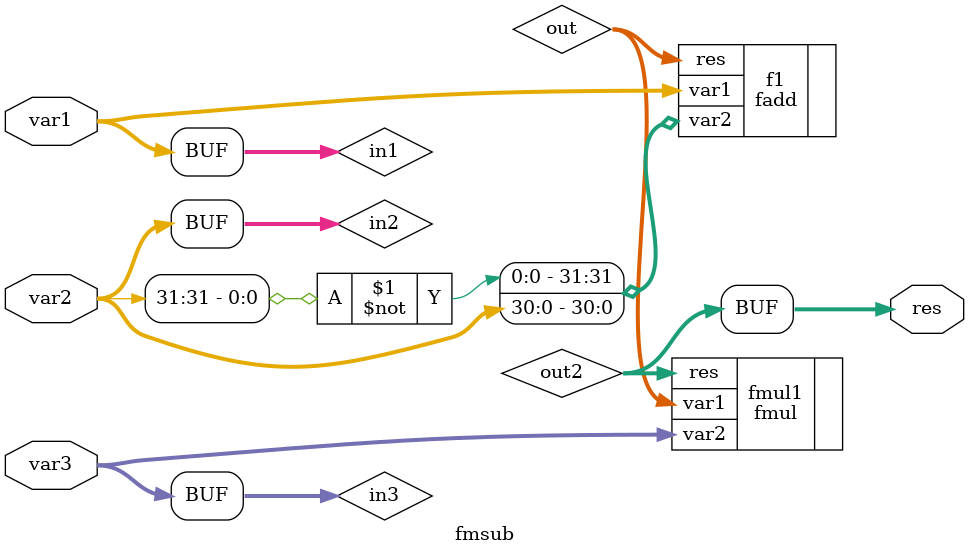
<source format=sv>
module fmsub ( 
	input [31:0] var1,
	input [31:0] var2,
	input [31:0] var3,
	output [31:0] res
);

	logic [31:0] in1;
	logic [31:0] in2;
	logic [31:0] in3;
	logic [31:0] out;
	logic [31:0] out2;
	assign in1 = var1;
	assign in2 = var2;
	assign in3 = var3;
	
		fadd f1(.var1(in1), .var2({~in2[31], in2[30:0]}), .res(out));
		fmul fmul1(.var1(out), .var2(in3), .res(out2));

		assign res = out2;

endmodule

</source>
